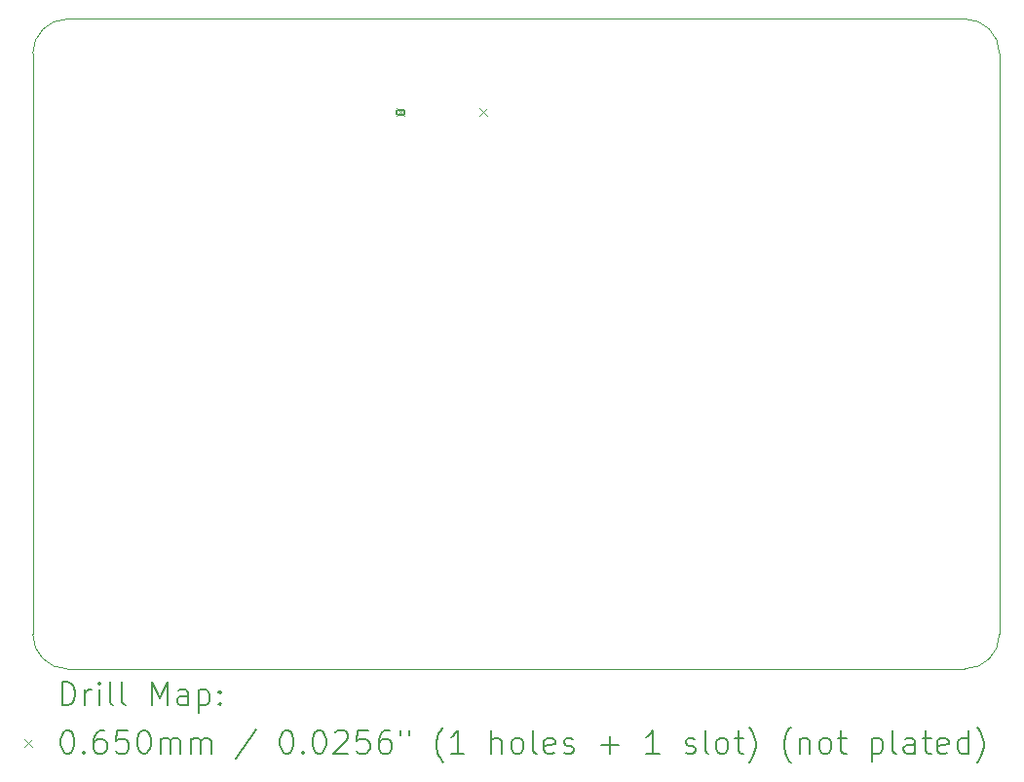
<source format=gbr>
%FSLAX45Y45*%
G04 Gerber Fmt 4.5, Leading zero omitted, Abs format (unit mm)*
G04 Created by KiCad (PCBNEW (6.0.2-0)) date 2022-10-06 13:55:39*
%MOMM*%
%LPD*%
G01*
G04 APERTURE LIST*
%TA.AperFunction,Profile*%
%ADD10C,0.100000*%
%TD*%
%ADD11C,0.200000*%
%ADD12C,0.065000*%
G04 APERTURE END LIST*
D10*
X10000000Y-13350000D02*
G75*
G03*
X10300000Y-13650000I300000J0D01*
G01*
X18100000Y-13650000D02*
X10300000Y-13650000D01*
X10300000Y-8000000D02*
X18100000Y-8000000D01*
X18400000Y-8300000D02*
G75*
G03*
X18100000Y-8000000I-300000J0D01*
G01*
X18100000Y-13650000D02*
G75*
G03*
X18400000Y-13350000I0J300000D01*
G01*
X10300000Y-8000000D02*
G75*
G03*
X10000000Y-8300000I0J-300000D01*
G01*
X18400000Y-8300000D02*
X18400000Y-13350000D01*
X10000000Y-8300000D02*
X10000000Y-13350000D01*
D11*
D12*
X13162500Y-8778500D02*
X13227500Y-8843500D01*
X13227500Y-8778500D02*
X13162500Y-8843500D01*
D11*
X13210000Y-8788500D02*
X13180000Y-8788500D01*
X13210000Y-8833500D02*
X13180000Y-8833500D01*
X13180000Y-8788500D02*
G75*
G03*
X13180000Y-8833500I0J-22500D01*
G01*
X13210000Y-8833500D02*
G75*
G03*
X13210000Y-8788500I0J22500D01*
G01*
D12*
X13882500Y-8778500D02*
X13947500Y-8843500D01*
X13947500Y-8778500D02*
X13882500Y-8843500D01*
D11*
X10252619Y-13965476D02*
X10252619Y-13765476D01*
X10300238Y-13765476D01*
X10328810Y-13775000D01*
X10347857Y-13794048D01*
X10357381Y-13813095D01*
X10366905Y-13851190D01*
X10366905Y-13879762D01*
X10357381Y-13917857D01*
X10347857Y-13936905D01*
X10328810Y-13955952D01*
X10300238Y-13965476D01*
X10252619Y-13965476D01*
X10452619Y-13965476D02*
X10452619Y-13832143D01*
X10452619Y-13870238D02*
X10462143Y-13851190D01*
X10471667Y-13841667D01*
X10490714Y-13832143D01*
X10509762Y-13832143D01*
X10576429Y-13965476D02*
X10576429Y-13832143D01*
X10576429Y-13765476D02*
X10566905Y-13775000D01*
X10576429Y-13784524D01*
X10585952Y-13775000D01*
X10576429Y-13765476D01*
X10576429Y-13784524D01*
X10700238Y-13965476D02*
X10681190Y-13955952D01*
X10671667Y-13936905D01*
X10671667Y-13765476D01*
X10805000Y-13965476D02*
X10785952Y-13955952D01*
X10776429Y-13936905D01*
X10776429Y-13765476D01*
X11033571Y-13965476D02*
X11033571Y-13765476D01*
X11100238Y-13908333D01*
X11166905Y-13765476D01*
X11166905Y-13965476D01*
X11347857Y-13965476D02*
X11347857Y-13860714D01*
X11338333Y-13841667D01*
X11319286Y-13832143D01*
X11281190Y-13832143D01*
X11262143Y-13841667D01*
X11347857Y-13955952D02*
X11328809Y-13965476D01*
X11281190Y-13965476D01*
X11262143Y-13955952D01*
X11252619Y-13936905D01*
X11252619Y-13917857D01*
X11262143Y-13898809D01*
X11281190Y-13889286D01*
X11328809Y-13889286D01*
X11347857Y-13879762D01*
X11443095Y-13832143D02*
X11443095Y-14032143D01*
X11443095Y-13841667D02*
X11462143Y-13832143D01*
X11500238Y-13832143D01*
X11519286Y-13841667D01*
X11528809Y-13851190D01*
X11538333Y-13870238D01*
X11538333Y-13927381D01*
X11528809Y-13946428D01*
X11519286Y-13955952D01*
X11500238Y-13965476D01*
X11462143Y-13965476D01*
X11443095Y-13955952D01*
X11624048Y-13946428D02*
X11633571Y-13955952D01*
X11624048Y-13965476D01*
X11614524Y-13955952D01*
X11624048Y-13946428D01*
X11624048Y-13965476D01*
X11624048Y-13841667D02*
X11633571Y-13851190D01*
X11624048Y-13860714D01*
X11614524Y-13851190D01*
X11624048Y-13841667D01*
X11624048Y-13860714D01*
D12*
X9930000Y-14262500D02*
X9995000Y-14327500D01*
X9995000Y-14262500D02*
X9930000Y-14327500D01*
D11*
X10290714Y-14185476D02*
X10309762Y-14185476D01*
X10328810Y-14195000D01*
X10338333Y-14204524D01*
X10347857Y-14223571D01*
X10357381Y-14261667D01*
X10357381Y-14309286D01*
X10347857Y-14347381D01*
X10338333Y-14366428D01*
X10328810Y-14375952D01*
X10309762Y-14385476D01*
X10290714Y-14385476D01*
X10271667Y-14375952D01*
X10262143Y-14366428D01*
X10252619Y-14347381D01*
X10243095Y-14309286D01*
X10243095Y-14261667D01*
X10252619Y-14223571D01*
X10262143Y-14204524D01*
X10271667Y-14195000D01*
X10290714Y-14185476D01*
X10443095Y-14366428D02*
X10452619Y-14375952D01*
X10443095Y-14385476D01*
X10433571Y-14375952D01*
X10443095Y-14366428D01*
X10443095Y-14385476D01*
X10624048Y-14185476D02*
X10585952Y-14185476D01*
X10566905Y-14195000D01*
X10557381Y-14204524D01*
X10538333Y-14233095D01*
X10528810Y-14271190D01*
X10528810Y-14347381D01*
X10538333Y-14366428D01*
X10547857Y-14375952D01*
X10566905Y-14385476D01*
X10605000Y-14385476D01*
X10624048Y-14375952D01*
X10633571Y-14366428D01*
X10643095Y-14347381D01*
X10643095Y-14299762D01*
X10633571Y-14280714D01*
X10624048Y-14271190D01*
X10605000Y-14261667D01*
X10566905Y-14261667D01*
X10547857Y-14271190D01*
X10538333Y-14280714D01*
X10528810Y-14299762D01*
X10824048Y-14185476D02*
X10728810Y-14185476D01*
X10719286Y-14280714D01*
X10728810Y-14271190D01*
X10747857Y-14261667D01*
X10795476Y-14261667D01*
X10814524Y-14271190D01*
X10824048Y-14280714D01*
X10833571Y-14299762D01*
X10833571Y-14347381D01*
X10824048Y-14366428D01*
X10814524Y-14375952D01*
X10795476Y-14385476D01*
X10747857Y-14385476D01*
X10728810Y-14375952D01*
X10719286Y-14366428D01*
X10957381Y-14185476D02*
X10976429Y-14185476D01*
X10995476Y-14195000D01*
X11005000Y-14204524D01*
X11014524Y-14223571D01*
X11024048Y-14261667D01*
X11024048Y-14309286D01*
X11014524Y-14347381D01*
X11005000Y-14366428D01*
X10995476Y-14375952D01*
X10976429Y-14385476D01*
X10957381Y-14385476D01*
X10938333Y-14375952D01*
X10928810Y-14366428D01*
X10919286Y-14347381D01*
X10909762Y-14309286D01*
X10909762Y-14261667D01*
X10919286Y-14223571D01*
X10928810Y-14204524D01*
X10938333Y-14195000D01*
X10957381Y-14185476D01*
X11109762Y-14385476D02*
X11109762Y-14252143D01*
X11109762Y-14271190D02*
X11119286Y-14261667D01*
X11138333Y-14252143D01*
X11166905Y-14252143D01*
X11185952Y-14261667D01*
X11195476Y-14280714D01*
X11195476Y-14385476D01*
X11195476Y-14280714D02*
X11205000Y-14261667D01*
X11224048Y-14252143D01*
X11252619Y-14252143D01*
X11271667Y-14261667D01*
X11281190Y-14280714D01*
X11281190Y-14385476D01*
X11376428Y-14385476D02*
X11376428Y-14252143D01*
X11376428Y-14271190D02*
X11385952Y-14261667D01*
X11405000Y-14252143D01*
X11433571Y-14252143D01*
X11452619Y-14261667D01*
X11462143Y-14280714D01*
X11462143Y-14385476D01*
X11462143Y-14280714D02*
X11471667Y-14261667D01*
X11490714Y-14252143D01*
X11519286Y-14252143D01*
X11538333Y-14261667D01*
X11547857Y-14280714D01*
X11547857Y-14385476D01*
X11938333Y-14175952D02*
X11766905Y-14433095D01*
X12195476Y-14185476D02*
X12214524Y-14185476D01*
X12233571Y-14195000D01*
X12243095Y-14204524D01*
X12252619Y-14223571D01*
X12262143Y-14261667D01*
X12262143Y-14309286D01*
X12252619Y-14347381D01*
X12243095Y-14366428D01*
X12233571Y-14375952D01*
X12214524Y-14385476D01*
X12195476Y-14385476D01*
X12176428Y-14375952D01*
X12166905Y-14366428D01*
X12157381Y-14347381D01*
X12147857Y-14309286D01*
X12147857Y-14261667D01*
X12157381Y-14223571D01*
X12166905Y-14204524D01*
X12176428Y-14195000D01*
X12195476Y-14185476D01*
X12347857Y-14366428D02*
X12357381Y-14375952D01*
X12347857Y-14385476D01*
X12338333Y-14375952D01*
X12347857Y-14366428D01*
X12347857Y-14385476D01*
X12481190Y-14185476D02*
X12500238Y-14185476D01*
X12519286Y-14195000D01*
X12528809Y-14204524D01*
X12538333Y-14223571D01*
X12547857Y-14261667D01*
X12547857Y-14309286D01*
X12538333Y-14347381D01*
X12528809Y-14366428D01*
X12519286Y-14375952D01*
X12500238Y-14385476D01*
X12481190Y-14385476D01*
X12462143Y-14375952D01*
X12452619Y-14366428D01*
X12443095Y-14347381D01*
X12433571Y-14309286D01*
X12433571Y-14261667D01*
X12443095Y-14223571D01*
X12452619Y-14204524D01*
X12462143Y-14195000D01*
X12481190Y-14185476D01*
X12624048Y-14204524D02*
X12633571Y-14195000D01*
X12652619Y-14185476D01*
X12700238Y-14185476D01*
X12719286Y-14195000D01*
X12728809Y-14204524D01*
X12738333Y-14223571D01*
X12738333Y-14242619D01*
X12728809Y-14271190D01*
X12614524Y-14385476D01*
X12738333Y-14385476D01*
X12919286Y-14185476D02*
X12824048Y-14185476D01*
X12814524Y-14280714D01*
X12824048Y-14271190D01*
X12843095Y-14261667D01*
X12890714Y-14261667D01*
X12909762Y-14271190D01*
X12919286Y-14280714D01*
X12928809Y-14299762D01*
X12928809Y-14347381D01*
X12919286Y-14366428D01*
X12909762Y-14375952D01*
X12890714Y-14385476D01*
X12843095Y-14385476D01*
X12824048Y-14375952D01*
X12814524Y-14366428D01*
X13100238Y-14185476D02*
X13062143Y-14185476D01*
X13043095Y-14195000D01*
X13033571Y-14204524D01*
X13014524Y-14233095D01*
X13005000Y-14271190D01*
X13005000Y-14347381D01*
X13014524Y-14366428D01*
X13024048Y-14375952D01*
X13043095Y-14385476D01*
X13081190Y-14385476D01*
X13100238Y-14375952D01*
X13109762Y-14366428D01*
X13119286Y-14347381D01*
X13119286Y-14299762D01*
X13109762Y-14280714D01*
X13100238Y-14271190D01*
X13081190Y-14261667D01*
X13043095Y-14261667D01*
X13024048Y-14271190D01*
X13014524Y-14280714D01*
X13005000Y-14299762D01*
X13195476Y-14185476D02*
X13195476Y-14223571D01*
X13271667Y-14185476D02*
X13271667Y-14223571D01*
X13566905Y-14461667D02*
X13557381Y-14452143D01*
X13538333Y-14423571D01*
X13528809Y-14404524D01*
X13519286Y-14375952D01*
X13509762Y-14328333D01*
X13509762Y-14290238D01*
X13519286Y-14242619D01*
X13528809Y-14214048D01*
X13538333Y-14195000D01*
X13557381Y-14166428D01*
X13566905Y-14156905D01*
X13747857Y-14385476D02*
X13633571Y-14385476D01*
X13690714Y-14385476D02*
X13690714Y-14185476D01*
X13671667Y-14214048D01*
X13652619Y-14233095D01*
X13633571Y-14242619D01*
X13985952Y-14385476D02*
X13985952Y-14185476D01*
X14071667Y-14385476D02*
X14071667Y-14280714D01*
X14062143Y-14261667D01*
X14043095Y-14252143D01*
X14014524Y-14252143D01*
X13995476Y-14261667D01*
X13985952Y-14271190D01*
X14195476Y-14385476D02*
X14176428Y-14375952D01*
X14166905Y-14366428D01*
X14157381Y-14347381D01*
X14157381Y-14290238D01*
X14166905Y-14271190D01*
X14176428Y-14261667D01*
X14195476Y-14252143D01*
X14224048Y-14252143D01*
X14243095Y-14261667D01*
X14252619Y-14271190D01*
X14262143Y-14290238D01*
X14262143Y-14347381D01*
X14252619Y-14366428D01*
X14243095Y-14375952D01*
X14224048Y-14385476D01*
X14195476Y-14385476D01*
X14376428Y-14385476D02*
X14357381Y-14375952D01*
X14347857Y-14356905D01*
X14347857Y-14185476D01*
X14528809Y-14375952D02*
X14509762Y-14385476D01*
X14471667Y-14385476D01*
X14452619Y-14375952D01*
X14443095Y-14356905D01*
X14443095Y-14280714D01*
X14452619Y-14261667D01*
X14471667Y-14252143D01*
X14509762Y-14252143D01*
X14528809Y-14261667D01*
X14538333Y-14280714D01*
X14538333Y-14299762D01*
X14443095Y-14318809D01*
X14614524Y-14375952D02*
X14633571Y-14385476D01*
X14671667Y-14385476D01*
X14690714Y-14375952D01*
X14700238Y-14356905D01*
X14700238Y-14347381D01*
X14690714Y-14328333D01*
X14671667Y-14318809D01*
X14643095Y-14318809D01*
X14624048Y-14309286D01*
X14614524Y-14290238D01*
X14614524Y-14280714D01*
X14624048Y-14261667D01*
X14643095Y-14252143D01*
X14671667Y-14252143D01*
X14690714Y-14261667D01*
X14938333Y-14309286D02*
X15090714Y-14309286D01*
X15014524Y-14385476D02*
X15014524Y-14233095D01*
X15443095Y-14385476D02*
X15328809Y-14385476D01*
X15385952Y-14385476D02*
X15385952Y-14185476D01*
X15366905Y-14214048D01*
X15347857Y-14233095D01*
X15328809Y-14242619D01*
X15671667Y-14375952D02*
X15690714Y-14385476D01*
X15728809Y-14385476D01*
X15747857Y-14375952D01*
X15757381Y-14356905D01*
X15757381Y-14347381D01*
X15747857Y-14328333D01*
X15728809Y-14318809D01*
X15700238Y-14318809D01*
X15681190Y-14309286D01*
X15671667Y-14290238D01*
X15671667Y-14280714D01*
X15681190Y-14261667D01*
X15700238Y-14252143D01*
X15728809Y-14252143D01*
X15747857Y-14261667D01*
X15871667Y-14385476D02*
X15852619Y-14375952D01*
X15843095Y-14356905D01*
X15843095Y-14185476D01*
X15976428Y-14385476D02*
X15957381Y-14375952D01*
X15947857Y-14366428D01*
X15938333Y-14347381D01*
X15938333Y-14290238D01*
X15947857Y-14271190D01*
X15957381Y-14261667D01*
X15976428Y-14252143D01*
X16005000Y-14252143D01*
X16024048Y-14261667D01*
X16033571Y-14271190D01*
X16043095Y-14290238D01*
X16043095Y-14347381D01*
X16033571Y-14366428D01*
X16024048Y-14375952D01*
X16005000Y-14385476D01*
X15976428Y-14385476D01*
X16100238Y-14252143D02*
X16176428Y-14252143D01*
X16128809Y-14185476D02*
X16128809Y-14356905D01*
X16138333Y-14375952D01*
X16157381Y-14385476D01*
X16176428Y-14385476D01*
X16224048Y-14461667D02*
X16233571Y-14452143D01*
X16252619Y-14423571D01*
X16262143Y-14404524D01*
X16271667Y-14375952D01*
X16281190Y-14328333D01*
X16281190Y-14290238D01*
X16271667Y-14242619D01*
X16262143Y-14214048D01*
X16252619Y-14195000D01*
X16233571Y-14166428D01*
X16224048Y-14156905D01*
X16585952Y-14461667D02*
X16576428Y-14452143D01*
X16557381Y-14423571D01*
X16547857Y-14404524D01*
X16538333Y-14375952D01*
X16528809Y-14328333D01*
X16528809Y-14290238D01*
X16538333Y-14242619D01*
X16547857Y-14214048D01*
X16557381Y-14195000D01*
X16576428Y-14166428D01*
X16585952Y-14156905D01*
X16662143Y-14252143D02*
X16662143Y-14385476D01*
X16662143Y-14271190D02*
X16671667Y-14261667D01*
X16690714Y-14252143D01*
X16719286Y-14252143D01*
X16738333Y-14261667D01*
X16747857Y-14280714D01*
X16747857Y-14385476D01*
X16871667Y-14385476D02*
X16852619Y-14375952D01*
X16843095Y-14366428D01*
X16833571Y-14347381D01*
X16833571Y-14290238D01*
X16843095Y-14271190D01*
X16852619Y-14261667D01*
X16871667Y-14252143D01*
X16900238Y-14252143D01*
X16919286Y-14261667D01*
X16928810Y-14271190D01*
X16938333Y-14290238D01*
X16938333Y-14347381D01*
X16928810Y-14366428D01*
X16919286Y-14375952D01*
X16900238Y-14385476D01*
X16871667Y-14385476D01*
X16995476Y-14252143D02*
X17071667Y-14252143D01*
X17024048Y-14185476D02*
X17024048Y-14356905D01*
X17033571Y-14375952D01*
X17052619Y-14385476D01*
X17071667Y-14385476D01*
X17290714Y-14252143D02*
X17290714Y-14452143D01*
X17290714Y-14261667D02*
X17309762Y-14252143D01*
X17347857Y-14252143D01*
X17366905Y-14261667D01*
X17376429Y-14271190D01*
X17385952Y-14290238D01*
X17385952Y-14347381D01*
X17376429Y-14366428D01*
X17366905Y-14375952D01*
X17347857Y-14385476D01*
X17309762Y-14385476D01*
X17290714Y-14375952D01*
X17500238Y-14385476D02*
X17481190Y-14375952D01*
X17471667Y-14356905D01*
X17471667Y-14185476D01*
X17662143Y-14385476D02*
X17662143Y-14280714D01*
X17652619Y-14261667D01*
X17633571Y-14252143D01*
X17595476Y-14252143D01*
X17576429Y-14261667D01*
X17662143Y-14375952D02*
X17643095Y-14385476D01*
X17595476Y-14385476D01*
X17576429Y-14375952D01*
X17566905Y-14356905D01*
X17566905Y-14337857D01*
X17576429Y-14318809D01*
X17595476Y-14309286D01*
X17643095Y-14309286D01*
X17662143Y-14299762D01*
X17728810Y-14252143D02*
X17805000Y-14252143D01*
X17757381Y-14185476D02*
X17757381Y-14356905D01*
X17766905Y-14375952D01*
X17785952Y-14385476D01*
X17805000Y-14385476D01*
X17947857Y-14375952D02*
X17928810Y-14385476D01*
X17890714Y-14385476D01*
X17871667Y-14375952D01*
X17862143Y-14356905D01*
X17862143Y-14280714D01*
X17871667Y-14261667D01*
X17890714Y-14252143D01*
X17928810Y-14252143D01*
X17947857Y-14261667D01*
X17957381Y-14280714D01*
X17957381Y-14299762D01*
X17862143Y-14318809D01*
X18128810Y-14385476D02*
X18128810Y-14185476D01*
X18128810Y-14375952D02*
X18109762Y-14385476D01*
X18071667Y-14385476D01*
X18052619Y-14375952D01*
X18043095Y-14366428D01*
X18033571Y-14347381D01*
X18033571Y-14290238D01*
X18043095Y-14271190D01*
X18052619Y-14261667D01*
X18071667Y-14252143D01*
X18109762Y-14252143D01*
X18128810Y-14261667D01*
X18205000Y-14461667D02*
X18214524Y-14452143D01*
X18233571Y-14423571D01*
X18243095Y-14404524D01*
X18252619Y-14375952D01*
X18262143Y-14328333D01*
X18262143Y-14290238D01*
X18252619Y-14242619D01*
X18243095Y-14214048D01*
X18233571Y-14195000D01*
X18214524Y-14166428D01*
X18205000Y-14156905D01*
M02*

</source>
